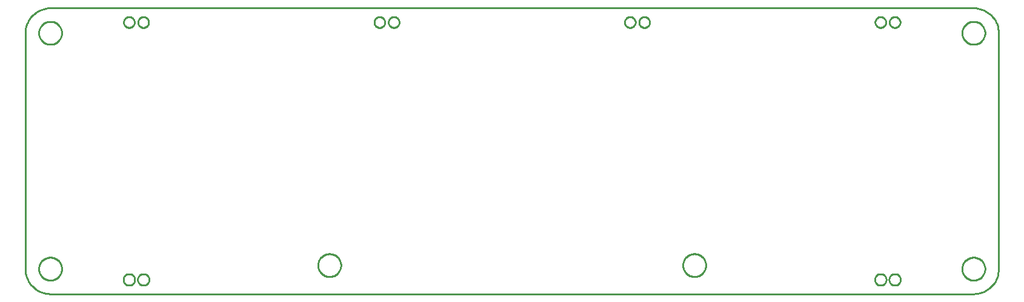
<source format=gbr>
G04 EAGLE Gerber RS-274X export*
G75*
%MOMM*%
%FSLAX34Y34*%
%LPD*%
%IN*%
%IPPOS*%
%AMOC8*
5,1,8,0,0,1.08239X$1,22.5*%
G01*
%ADD10C,0.254000*%


D10*
X-680000Y-230000D02*
X-679867Y-233050D01*
X-679468Y-236078D01*
X-678807Y-239059D01*
X-677889Y-241971D01*
X-676721Y-244792D01*
X-675311Y-247500D01*
X-673670Y-250075D01*
X-671812Y-252498D01*
X-669749Y-254749D01*
X-667498Y-256812D01*
X-665075Y-258670D01*
X-662500Y-260311D01*
X-659792Y-261721D01*
X-656971Y-262889D01*
X-654059Y-263807D01*
X-651078Y-264468D01*
X-648050Y-264867D01*
X-645000Y-265000D01*
X645000Y-265000D01*
X648050Y-264867D01*
X651078Y-264468D01*
X654059Y-263807D01*
X656971Y-262889D01*
X659792Y-261721D01*
X662500Y-260311D01*
X665075Y-258670D01*
X667498Y-256812D01*
X669749Y-254749D01*
X671812Y-252498D01*
X673670Y-250075D01*
X675311Y-247500D01*
X676721Y-244792D01*
X677889Y-241971D01*
X678807Y-239059D01*
X679468Y-236078D01*
X679867Y-233050D01*
X680000Y-230000D01*
X680000Y100000D01*
X679867Y103050D01*
X679468Y106078D01*
X678807Y109059D01*
X677889Y111971D01*
X676721Y114792D01*
X675311Y117500D01*
X673670Y120075D01*
X671812Y122498D01*
X669749Y124749D01*
X667498Y126812D01*
X665075Y128670D01*
X662500Y130311D01*
X659792Y131721D01*
X656971Y132889D01*
X654059Y133807D01*
X651078Y134468D01*
X648050Y134867D01*
X645000Y135000D01*
X-645000Y135000D01*
X-648050Y134867D01*
X-651078Y134468D01*
X-654059Y133807D01*
X-656971Y132889D01*
X-659792Y131721D01*
X-662500Y130311D01*
X-665075Y128670D01*
X-667498Y126812D01*
X-669749Y124749D01*
X-671812Y122498D01*
X-673670Y120075D01*
X-675311Y117500D01*
X-676721Y114792D01*
X-677889Y111971D01*
X-678807Y109059D01*
X-679468Y106078D01*
X-679867Y103050D01*
X-680000Y100000D01*
X-680000Y-230000D01*
X661000Y99476D02*
X660932Y98431D01*
X660795Y97392D01*
X660590Y96365D01*
X660319Y95353D01*
X659983Y94361D01*
X659582Y93393D01*
X659118Y92454D01*
X658595Y91546D01*
X658013Y90675D01*
X657375Y89844D01*
X656684Y89057D01*
X655943Y88316D01*
X655156Y87625D01*
X654325Y86988D01*
X653454Y86406D01*
X652546Y85882D01*
X651607Y85418D01*
X650639Y85017D01*
X649647Y84681D01*
X648635Y84410D01*
X647608Y84205D01*
X646569Y84069D01*
X645524Y84000D01*
X644476Y84000D01*
X643431Y84069D01*
X642392Y84205D01*
X641365Y84410D01*
X640353Y84681D01*
X639361Y85017D01*
X638393Y85418D01*
X637454Y85882D01*
X636546Y86406D01*
X635675Y86988D01*
X634844Y87625D01*
X634057Y88316D01*
X633316Y89057D01*
X632625Y89844D01*
X631988Y90675D01*
X631406Y91546D01*
X630882Y92454D01*
X630418Y93393D01*
X630017Y94361D01*
X629681Y95353D01*
X629410Y96365D01*
X629205Y97392D01*
X629069Y98431D01*
X629000Y99476D01*
X629000Y100524D01*
X629069Y101569D01*
X629205Y102608D01*
X629410Y103635D01*
X629681Y104647D01*
X630017Y105639D01*
X630418Y106607D01*
X630882Y107546D01*
X631406Y108454D01*
X631988Y109325D01*
X632625Y110156D01*
X633316Y110943D01*
X634057Y111684D01*
X634844Y112375D01*
X635675Y113013D01*
X636546Y113595D01*
X637454Y114118D01*
X638393Y114582D01*
X639361Y114983D01*
X640353Y115319D01*
X641365Y115590D01*
X642392Y115795D01*
X643431Y115932D01*
X644476Y116000D01*
X645524Y116000D01*
X646569Y115932D01*
X647608Y115795D01*
X648635Y115590D01*
X649647Y115319D01*
X650639Y114983D01*
X651607Y114582D01*
X652546Y114118D01*
X653454Y113595D01*
X654325Y113013D01*
X655156Y112375D01*
X655943Y111684D01*
X656684Y110943D01*
X657375Y110156D01*
X658013Y109325D01*
X658595Y108454D01*
X659118Y107546D01*
X659582Y106607D01*
X659983Y105639D01*
X660319Y104647D01*
X660590Y103635D01*
X660795Y102608D01*
X660932Y101569D01*
X661000Y100524D01*
X661000Y99476D01*
X-629000Y99476D02*
X-629069Y98431D01*
X-629205Y97392D01*
X-629410Y96365D01*
X-629681Y95353D01*
X-630017Y94361D01*
X-630418Y93393D01*
X-630882Y92454D01*
X-631406Y91546D01*
X-631988Y90675D01*
X-632625Y89844D01*
X-633316Y89057D01*
X-634057Y88316D01*
X-634844Y87625D01*
X-635675Y86988D01*
X-636546Y86406D01*
X-637454Y85882D01*
X-638393Y85418D01*
X-639361Y85017D01*
X-640353Y84681D01*
X-641365Y84410D01*
X-642392Y84205D01*
X-643431Y84069D01*
X-644476Y84000D01*
X-645524Y84000D01*
X-646569Y84069D01*
X-647608Y84205D01*
X-648635Y84410D01*
X-649647Y84681D01*
X-650639Y85017D01*
X-651607Y85418D01*
X-652546Y85882D01*
X-653454Y86406D01*
X-654325Y86988D01*
X-655156Y87625D01*
X-655943Y88316D01*
X-656684Y89057D01*
X-657375Y89844D01*
X-658013Y90675D01*
X-658595Y91546D01*
X-659118Y92454D01*
X-659582Y93393D01*
X-659983Y94361D01*
X-660319Y95353D01*
X-660590Y96365D01*
X-660795Y97392D01*
X-660932Y98431D01*
X-661000Y99476D01*
X-661000Y100524D01*
X-660932Y101569D01*
X-660795Y102608D01*
X-660590Y103635D01*
X-660319Y104647D01*
X-659983Y105639D01*
X-659582Y106607D01*
X-659118Y107546D01*
X-658595Y108454D01*
X-658013Y109325D01*
X-657375Y110156D01*
X-656684Y110943D01*
X-655943Y111684D01*
X-655156Y112375D01*
X-654325Y113013D01*
X-653454Y113595D01*
X-652546Y114118D01*
X-651607Y114582D01*
X-650639Y114983D01*
X-649647Y115319D01*
X-648635Y115590D01*
X-647608Y115795D01*
X-646569Y115932D01*
X-645524Y116000D01*
X-644476Y116000D01*
X-643431Y115932D01*
X-642392Y115795D01*
X-641365Y115590D01*
X-640353Y115319D01*
X-639361Y114983D01*
X-638393Y114582D01*
X-637454Y114118D01*
X-636546Y113595D01*
X-635675Y113013D01*
X-634844Y112375D01*
X-634057Y111684D01*
X-633316Y110943D01*
X-632625Y110156D01*
X-631988Y109325D01*
X-631406Y108454D01*
X-630882Y107546D01*
X-630418Y106607D01*
X-630017Y105639D01*
X-629681Y104647D01*
X-629410Y103635D01*
X-629205Y102608D01*
X-629069Y101569D01*
X-629000Y100524D01*
X-629000Y99476D01*
X-629000Y-230524D02*
X-629069Y-231569D01*
X-629205Y-232608D01*
X-629410Y-233635D01*
X-629681Y-234647D01*
X-630017Y-235639D01*
X-630418Y-236607D01*
X-630882Y-237546D01*
X-631406Y-238454D01*
X-631988Y-239325D01*
X-632625Y-240156D01*
X-633316Y-240943D01*
X-634057Y-241684D01*
X-634844Y-242375D01*
X-635675Y-243013D01*
X-636546Y-243595D01*
X-637454Y-244118D01*
X-638393Y-244582D01*
X-639361Y-244983D01*
X-640353Y-245319D01*
X-641365Y-245590D01*
X-642392Y-245795D01*
X-643431Y-245932D01*
X-644476Y-246000D01*
X-645524Y-246000D01*
X-646569Y-245932D01*
X-647608Y-245795D01*
X-648635Y-245590D01*
X-649647Y-245319D01*
X-650639Y-244983D01*
X-651607Y-244582D01*
X-652546Y-244118D01*
X-653454Y-243595D01*
X-654325Y-243013D01*
X-655156Y-242375D01*
X-655943Y-241684D01*
X-656684Y-240943D01*
X-657375Y-240156D01*
X-658013Y-239325D01*
X-658595Y-238454D01*
X-659118Y-237546D01*
X-659582Y-236607D01*
X-659983Y-235639D01*
X-660319Y-234647D01*
X-660590Y-233635D01*
X-660795Y-232608D01*
X-660932Y-231569D01*
X-661000Y-230524D01*
X-661000Y-229476D01*
X-660932Y-228431D01*
X-660795Y-227392D01*
X-660590Y-226365D01*
X-660319Y-225353D01*
X-659983Y-224361D01*
X-659582Y-223393D01*
X-659118Y-222454D01*
X-658595Y-221546D01*
X-658013Y-220675D01*
X-657375Y-219844D01*
X-656684Y-219057D01*
X-655943Y-218316D01*
X-655156Y-217625D01*
X-654325Y-216988D01*
X-653454Y-216406D01*
X-652546Y-215882D01*
X-651607Y-215418D01*
X-650639Y-215017D01*
X-649647Y-214681D01*
X-648635Y-214410D01*
X-647608Y-214205D01*
X-646569Y-214069D01*
X-645524Y-214000D01*
X-644476Y-214000D01*
X-643431Y-214069D01*
X-642392Y-214205D01*
X-641365Y-214410D01*
X-640353Y-214681D01*
X-639361Y-215017D01*
X-638393Y-215418D01*
X-637454Y-215882D01*
X-636546Y-216406D01*
X-635675Y-216988D01*
X-634844Y-217625D01*
X-634057Y-218316D01*
X-633316Y-219057D01*
X-632625Y-219844D01*
X-631988Y-220675D01*
X-631406Y-221546D01*
X-630882Y-222454D01*
X-630418Y-223393D01*
X-630017Y-224361D01*
X-629681Y-225353D01*
X-629410Y-226365D01*
X-629205Y-227392D01*
X-629069Y-228431D01*
X-629000Y-229476D01*
X-629000Y-230524D01*
X661000Y-230524D02*
X660932Y-231569D01*
X660795Y-232608D01*
X660590Y-233635D01*
X660319Y-234647D01*
X659983Y-235639D01*
X659582Y-236607D01*
X659118Y-237546D01*
X658595Y-238454D01*
X658013Y-239325D01*
X657375Y-240156D01*
X656684Y-240943D01*
X655943Y-241684D01*
X655156Y-242375D01*
X654325Y-243013D01*
X653454Y-243595D01*
X652546Y-244118D01*
X651607Y-244582D01*
X650639Y-244983D01*
X649647Y-245319D01*
X648635Y-245590D01*
X647608Y-245795D01*
X646569Y-245932D01*
X645524Y-246000D01*
X644476Y-246000D01*
X643431Y-245932D01*
X642392Y-245795D01*
X641365Y-245590D01*
X640353Y-245319D01*
X639361Y-244983D01*
X638393Y-244582D01*
X637454Y-244118D01*
X636546Y-243595D01*
X635675Y-243013D01*
X634844Y-242375D01*
X634057Y-241684D01*
X633316Y-240943D01*
X632625Y-240156D01*
X631988Y-239325D01*
X631406Y-238454D01*
X630882Y-237546D01*
X630418Y-236607D01*
X630017Y-235639D01*
X629681Y-234647D01*
X629410Y-233635D01*
X629205Y-232608D01*
X629069Y-231569D01*
X629000Y-230524D01*
X629000Y-229476D01*
X629069Y-228431D01*
X629205Y-227392D01*
X629410Y-226365D01*
X629681Y-225353D01*
X630017Y-224361D01*
X630418Y-223393D01*
X630882Y-222454D01*
X631406Y-221546D01*
X631988Y-220675D01*
X632625Y-219844D01*
X633316Y-219057D01*
X634057Y-218316D01*
X634844Y-217625D01*
X635675Y-216988D01*
X636546Y-216406D01*
X637454Y-215882D01*
X638393Y-215418D01*
X639361Y-215017D01*
X640353Y-214681D01*
X641365Y-214410D01*
X642392Y-214205D01*
X643431Y-214069D01*
X644476Y-214000D01*
X645524Y-214000D01*
X646569Y-214069D01*
X647608Y-214205D01*
X648635Y-214410D01*
X649647Y-214681D01*
X650639Y-215017D01*
X651607Y-215418D01*
X652546Y-215882D01*
X653454Y-216406D01*
X654325Y-216988D01*
X655156Y-217625D01*
X655943Y-218316D01*
X656684Y-219057D01*
X657375Y-219844D01*
X658013Y-220675D01*
X658595Y-221546D01*
X659118Y-222454D01*
X659582Y-223393D01*
X659983Y-224361D01*
X660319Y-225353D01*
X660590Y-226365D01*
X660795Y-227392D01*
X660932Y-228431D01*
X661000Y-229476D01*
X661000Y-230524D01*
X192500Y114632D02*
X192428Y113898D01*
X192284Y113175D01*
X192070Y112470D01*
X191788Y111789D01*
X191441Y111140D01*
X191031Y110527D01*
X190564Y109957D01*
X190043Y109436D01*
X189473Y108969D01*
X188860Y108559D01*
X188211Y108212D01*
X187530Y107930D01*
X186825Y107716D01*
X186102Y107572D01*
X185368Y107500D01*
X184632Y107500D01*
X183898Y107572D01*
X183175Y107716D01*
X182470Y107930D01*
X181789Y108212D01*
X181140Y108559D01*
X180527Y108969D01*
X179957Y109436D01*
X179436Y109957D01*
X178969Y110527D01*
X178559Y111140D01*
X178212Y111789D01*
X177930Y112470D01*
X177716Y113175D01*
X177572Y113898D01*
X177500Y114632D01*
X177500Y115368D01*
X177572Y116102D01*
X177716Y116825D01*
X177930Y117530D01*
X178212Y118211D01*
X178559Y118860D01*
X178969Y119473D01*
X179436Y120043D01*
X179957Y120564D01*
X180527Y121031D01*
X181140Y121441D01*
X181789Y121788D01*
X182470Y122070D01*
X183175Y122284D01*
X183898Y122428D01*
X184632Y122500D01*
X185368Y122500D01*
X186102Y122428D01*
X186825Y122284D01*
X187530Y122070D01*
X188211Y121788D01*
X188860Y121441D01*
X189473Y121031D01*
X190043Y120564D01*
X190564Y120043D01*
X191031Y119473D01*
X191441Y118860D01*
X191788Y118211D01*
X192070Y117530D01*
X192284Y116825D01*
X192428Y116102D01*
X192500Y115368D01*
X192500Y114632D01*
X172500Y114632D02*
X172428Y113898D01*
X172284Y113175D01*
X172070Y112470D01*
X171788Y111789D01*
X171441Y111140D01*
X171031Y110527D01*
X170564Y109957D01*
X170043Y109436D01*
X169473Y108969D01*
X168860Y108559D01*
X168211Y108212D01*
X167530Y107930D01*
X166825Y107716D01*
X166102Y107572D01*
X165368Y107500D01*
X164632Y107500D01*
X163898Y107572D01*
X163175Y107716D01*
X162470Y107930D01*
X161789Y108212D01*
X161140Y108559D01*
X160527Y108969D01*
X159957Y109436D01*
X159436Y109957D01*
X158969Y110527D01*
X158559Y111140D01*
X158212Y111789D01*
X157930Y112470D01*
X157716Y113175D01*
X157572Y113898D01*
X157500Y114632D01*
X157500Y115368D01*
X157572Y116102D01*
X157716Y116825D01*
X157930Y117530D01*
X158212Y118211D01*
X158559Y118860D01*
X158969Y119473D01*
X159436Y120043D01*
X159957Y120564D01*
X160527Y121031D01*
X161140Y121441D01*
X161789Y121788D01*
X162470Y122070D01*
X163175Y122284D01*
X163898Y122428D01*
X164632Y122500D01*
X165368Y122500D01*
X166102Y122428D01*
X166825Y122284D01*
X167530Y122070D01*
X168211Y121788D01*
X168860Y121441D01*
X169473Y121031D01*
X170043Y120564D01*
X170564Y120043D01*
X171031Y119473D01*
X171441Y118860D01*
X171788Y118211D01*
X172070Y117530D01*
X172284Y116825D01*
X172428Y116102D01*
X172500Y115368D01*
X172500Y114632D01*
X542500Y114632D02*
X542428Y113898D01*
X542284Y113175D01*
X542070Y112470D01*
X541788Y111789D01*
X541441Y111140D01*
X541031Y110527D01*
X540564Y109957D01*
X540043Y109436D01*
X539473Y108969D01*
X538860Y108559D01*
X538211Y108212D01*
X537530Y107930D01*
X536825Y107716D01*
X536102Y107572D01*
X535368Y107500D01*
X534632Y107500D01*
X533898Y107572D01*
X533175Y107716D01*
X532470Y107930D01*
X531789Y108212D01*
X531140Y108559D01*
X530527Y108969D01*
X529957Y109436D01*
X529436Y109957D01*
X528969Y110527D01*
X528559Y111140D01*
X528212Y111789D01*
X527930Y112470D01*
X527716Y113175D01*
X527572Y113898D01*
X527500Y114632D01*
X527500Y115368D01*
X527572Y116102D01*
X527716Y116825D01*
X527930Y117530D01*
X528212Y118211D01*
X528559Y118860D01*
X528969Y119473D01*
X529436Y120043D01*
X529957Y120564D01*
X530527Y121031D01*
X531140Y121441D01*
X531789Y121788D01*
X532470Y122070D01*
X533175Y122284D01*
X533898Y122428D01*
X534632Y122500D01*
X535368Y122500D01*
X536102Y122428D01*
X536825Y122284D01*
X537530Y122070D01*
X538211Y121788D01*
X538860Y121441D01*
X539473Y121031D01*
X540043Y120564D01*
X540564Y120043D01*
X541031Y119473D01*
X541441Y118860D01*
X541788Y118211D01*
X542070Y117530D01*
X542284Y116825D01*
X542428Y116102D01*
X542500Y115368D01*
X542500Y114632D01*
X522500Y114632D02*
X522428Y113898D01*
X522284Y113175D01*
X522070Y112470D01*
X521788Y111789D01*
X521441Y111140D01*
X521031Y110527D01*
X520564Y109957D01*
X520043Y109436D01*
X519473Y108969D01*
X518860Y108559D01*
X518211Y108212D01*
X517530Y107930D01*
X516825Y107716D01*
X516102Y107572D01*
X515368Y107500D01*
X514632Y107500D01*
X513898Y107572D01*
X513175Y107716D01*
X512470Y107930D01*
X511789Y108212D01*
X511140Y108559D01*
X510527Y108969D01*
X509957Y109436D01*
X509436Y109957D01*
X508969Y110527D01*
X508559Y111140D01*
X508212Y111789D01*
X507930Y112470D01*
X507716Y113175D01*
X507572Y113898D01*
X507500Y114632D01*
X507500Y115368D01*
X507572Y116102D01*
X507716Y116825D01*
X507930Y117530D01*
X508212Y118211D01*
X508559Y118860D01*
X508969Y119473D01*
X509436Y120043D01*
X509957Y120564D01*
X510527Y121031D01*
X511140Y121441D01*
X511789Y121788D01*
X512470Y122070D01*
X513175Y122284D01*
X513898Y122428D01*
X514632Y122500D01*
X515368Y122500D01*
X516102Y122428D01*
X516825Y122284D01*
X517530Y122070D01*
X518211Y121788D01*
X518860Y121441D01*
X519473Y121031D01*
X520043Y120564D01*
X520564Y120043D01*
X521031Y119473D01*
X521441Y118860D01*
X521788Y118211D01*
X522070Y117530D01*
X522284Y116825D01*
X522428Y116102D01*
X522500Y115368D01*
X522500Y114632D01*
X-507500Y114632D02*
X-507572Y113898D01*
X-507716Y113175D01*
X-507930Y112470D01*
X-508212Y111789D01*
X-508559Y111140D01*
X-508969Y110527D01*
X-509436Y109957D01*
X-509957Y109436D01*
X-510527Y108969D01*
X-511140Y108559D01*
X-511789Y108212D01*
X-512470Y107930D01*
X-513175Y107716D01*
X-513898Y107572D01*
X-514632Y107500D01*
X-515368Y107500D01*
X-516102Y107572D01*
X-516825Y107716D01*
X-517530Y107930D01*
X-518211Y108212D01*
X-518860Y108559D01*
X-519473Y108969D01*
X-520043Y109436D01*
X-520564Y109957D01*
X-521031Y110527D01*
X-521441Y111140D01*
X-521788Y111789D01*
X-522070Y112470D01*
X-522284Y113175D01*
X-522428Y113898D01*
X-522500Y114632D01*
X-522500Y115368D01*
X-522428Y116102D01*
X-522284Y116825D01*
X-522070Y117530D01*
X-521788Y118211D01*
X-521441Y118860D01*
X-521031Y119473D01*
X-520564Y120043D01*
X-520043Y120564D01*
X-519473Y121031D01*
X-518860Y121441D01*
X-518211Y121788D01*
X-517530Y122070D01*
X-516825Y122284D01*
X-516102Y122428D01*
X-515368Y122500D01*
X-514632Y122500D01*
X-513898Y122428D01*
X-513175Y122284D01*
X-512470Y122070D01*
X-511789Y121788D01*
X-511140Y121441D01*
X-510527Y121031D01*
X-509957Y120564D01*
X-509436Y120043D01*
X-508969Y119473D01*
X-508559Y118860D01*
X-508212Y118211D01*
X-507930Y117530D01*
X-507716Y116825D01*
X-507572Y116102D01*
X-507500Y115368D01*
X-507500Y114632D01*
X-527500Y114632D02*
X-527572Y113898D01*
X-527716Y113175D01*
X-527930Y112470D01*
X-528212Y111789D01*
X-528559Y111140D01*
X-528969Y110527D01*
X-529436Y109957D01*
X-529957Y109436D01*
X-530527Y108969D01*
X-531140Y108559D01*
X-531789Y108212D01*
X-532470Y107930D01*
X-533175Y107716D01*
X-533898Y107572D01*
X-534632Y107500D01*
X-535368Y107500D01*
X-536102Y107572D01*
X-536825Y107716D01*
X-537530Y107930D01*
X-538211Y108212D01*
X-538860Y108559D01*
X-539473Y108969D01*
X-540043Y109436D01*
X-540564Y109957D01*
X-541031Y110527D01*
X-541441Y111140D01*
X-541788Y111789D01*
X-542070Y112470D01*
X-542284Y113175D01*
X-542428Y113898D01*
X-542500Y114632D01*
X-542500Y115368D01*
X-542428Y116102D01*
X-542284Y116825D01*
X-542070Y117530D01*
X-541788Y118211D01*
X-541441Y118860D01*
X-541031Y119473D01*
X-540564Y120043D01*
X-540043Y120564D01*
X-539473Y121031D01*
X-538860Y121441D01*
X-538211Y121788D01*
X-537530Y122070D01*
X-536825Y122284D01*
X-536102Y122428D01*
X-535368Y122500D01*
X-534632Y122500D01*
X-533898Y122428D01*
X-533175Y122284D01*
X-532470Y122070D01*
X-531789Y121788D01*
X-531140Y121441D01*
X-530527Y121031D01*
X-529957Y120564D01*
X-529436Y120043D01*
X-528969Y119473D01*
X-528559Y118860D01*
X-528212Y118211D01*
X-527930Y117530D01*
X-527716Y116825D01*
X-527572Y116102D01*
X-527500Y115368D01*
X-527500Y114632D01*
X-157500Y114632D02*
X-157572Y113898D01*
X-157716Y113175D01*
X-157930Y112470D01*
X-158212Y111789D01*
X-158559Y111140D01*
X-158969Y110527D01*
X-159436Y109957D01*
X-159957Y109436D01*
X-160527Y108969D01*
X-161140Y108559D01*
X-161789Y108212D01*
X-162470Y107930D01*
X-163175Y107716D01*
X-163898Y107572D01*
X-164632Y107500D01*
X-165368Y107500D01*
X-166102Y107572D01*
X-166825Y107716D01*
X-167530Y107930D01*
X-168211Y108212D01*
X-168860Y108559D01*
X-169473Y108969D01*
X-170043Y109436D01*
X-170564Y109957D01*
X-171031Y110527D01*
X-171441Y111140D01*
X-171788Y111789D01*
X-172070Y112470D01*
X-172284Y113175D01*
X-172428Y113898D01*
X-172500Y114632D01*
X-172500Y115368D01*
X-172428Y116102D01*
X-172284Y116825D01*
X-172070Y117530D01*
X-171788Y118211D01*
X-171441Y118860D01*
X-171031Y119473D01*
X-170564Y120043D01*
X-170043Y120564D01*
X-169473Y121031D01*
X-168860Y121441D01*
X-168211Y121788D01*
X-167530Y122070D01*
X-166825Y122284D01*
X-166102Y122428D01*
X-165368Y122500D01*
X-164632Y122500D01*
X-163898Y122428D01*
X-163175Y122284D01*
X-162470Y122070D01*
X-161789Y121788D01*
X-161140Y121441D01*
X-160527Y121031D01*
X-159957Y120564D01*
X-159436Y120043D01*
X-158969Y119473D01*
X-158559Y118860D01*
X-158212Y118211D01*
X-157930Y117530D01*
X-157716Y116825D01*
X-157572Y116102D01*
X-157500Y115368D01*
X-157500Y114632D01*
X-177500Y114632D02*
X-177572Y113898D01*
X-177716Y113175D01*
X-177930Y112470D01*
X-178212Y111789D01*
X-178559Y111140D01*
X-178969Y110527D01*
X-179436Y109957D01*
X-179957Y109436D01*
X-180527Y108969D01*
X-181140Y108559D01*
X-181789Y108212D01*
X-182470Y107930D01*
X-183175Y107716D01*
X-183898Y107572D01*
X-184632Y107500D01*
X-185368Y107500D01*
X-186102Y107572D01*
X-186825Y107716D01*
X-187530Y107930D01*
X-188211Y108212D01*
X-188860Y108559D01*
X-189473Y108969D01*
X-190043Y109436D01*
X-190564Y109957D01*
X-191031Y110527D01*
X-191441Y111140D01*
X-191788Y111789D01*
X-192070Y112470D01*
X-192284Y113175D01*
X-192428Y113898D01*
X-192500Y114632D01*
X-192500Y115368D01*
X-192428Y116102D01*
X-192284Y116825D01*
X-192070Y117530D01*
X-191788Y118211D01*
X-191441Y118860D01*
X-191031Y119473D01*
X-190564Y120043D01*
X-190043Y120564D01*
X-189473Y121031D01*
X-188860Y121441D01*
X-188211Y121788D01*
X-187530Y122070D01*
X-186825Y122284D01*
X-186102Y122428D01*
X-185368Y122500D01*
X-184632Y122500D01*
X-183898Y122428D01*
X-183175Y122284D01*
X-182470Y122070D01*
X-181789Y121788D01*
X-181140Y121441D01*
X-180527Y121031D01*
X-179957Y120564D01*
X-179436Y120043D01*
X-178969Y119473D01*
X-178559Y118860D01*
X-178212Y118211D01*
X-177930Y117530D01*
X-177716Y116825D01*
X-177572Y116102D01*
X-177500Y115368D01*
X-177500Y114632D01*
X-507000Y-245393D02*
X-507077Y-246175D01*
X-507230Y-246946D01*
X-507459Y-247698D01*
X-507759Y-248425D01*
X-508130Y-249118D01*
X-508567Y-249771D01*
X-509065Y-250379D01*
X-509621Y-250935D01*
X-510229Y-251433D01*
X-510882Y-251870D01*
X-511575Y-252241D01*
X-512302Y-252541D01*
X-513054Y-252770D01*
X-513825Y-252923D01*
X-514607Y-253000D01*
X-515393Y-253000D01*
X-516175Y-252923D01*
X-516946Y-252770D01*
X-517698Y-252541D01*
X-518425Y-252241D01*
X-519118Y-251870D01*
X-519771Y-251433D01*
X-520379Y-250935D01*
X-520935Y-250379D01*
X-521433Y-249771D01*
X-521870Y-249118D01*
X-522241Y-248425D01*
X-522541Y-247698D01*
X-522770Y-246946D01*
X-522923Y-246175D01*
X-523000Y-245393D01*
X-523000Y-244607D01*
X-522923Y-243825D01*
X-522770Y-243054D01*
X-522541Y-242302D01*
X-522241Y-241575D01*
X-521870Y-240882D01*
X-521433Y-240229D01*
X-520935Y-239621D01*
X-520379Y-239065D01*
X-519771Y-238567D01*
X-519118Y-238130D01*
X-518425Y-237759D01*
X-517698Y-237459D01*
X-516946Y-237230D01*
X-516175Y-237077D01*
X-515393Y-237000D01*
X-514607Y-237000D01*
X-513825Y-237077D01*
X-513054Y-237230D01*
X-512302Y-237459D01*
X-511575Y-237759D01*
X-510882Y-238130D01*
X-510229Y-238567D01*
X-509621Y-239065D01*
X-509065Y-239621D01*
X-508567Y-240229D01*
X-508130Y-240882D01*
X-507759Y-241575D01*
X-507459Y-242302D01*
X-507230Y-243054D01*
X-507077Y-243825D01*
X-507000Y-244607D01*
X-507000Y-245393D01*
X-527000Y-245393D02*
X-527077Y-246175D01*
X-527230Y-246946D01*
X-527459Y-247698D01*
X-527759Y-248425D01*
X-528130Y-249118D01*
X-528567Y-249771D01*
X-529065Y-250379D01*
X-529621Y-250935D01*
X-530229Y-251433D01*
X-530882Y-251870D01*
X-531575Y-252241D01*
X-532302Y-252541D01*
X-533054Y-252770D01*
X-533825Y-252923D01*
X-534607Y-253000D01*
X-535393Y-253000D01*
X-536175Y-252923D01*
X-536946Y-252770D01*
X-537698Y-252541D01*
X-538425Y-252241D01*
X-539118Y-251870D01*
X-539771Y-251433D01*
X-540379Y-250935D01*
X-540935Y-250379D01*
X-541433Y-249771D01*
X-541870Y-249118D01*
X-542241Y-248425D01*
X-542541Y-247698D01*
X-542770Y-246946D01*
X-542923Y-246175D01*
X-543000Y-245393D01*
X-543000Y-244607D01*
X-542923Y-243825D01*
X-542770Y-243054D01*
X-542541Y-242302D01*
X-542241Y-241575D01*
X-541870Y-240882D01*
X-541433Y-240229D01*
X-540935Y-239621D01*
X-540379Y-239065D01*
X-539771Y-238567D01*
X-539118Y-238130D01*
X-538425Y-237759D01*
X-537698Y-237459D01*
X-536946Y-237230D01*
X-536175Y-237077D01*
X-535393Y-237000D01*
X-534607Y-237000D01*
X-533825Y-237077D01*
X-533054Y-237230D01*
X-532302Y-237459D01*
X-531575Y-237759D01*
X-530882Y-238130D01*
X-530229Y-238567D01*
X-529621Y-239065D01*
X-529065Y-239621D01*
X-528567Y-240229D01*
X-528130Y-240882D01*
X-527759Y-241575D01*
X-527459Y-242302D01*
X-527230Y-243054D01*
X-527077Y-243825D01*
X-527000Y-244607D01*
X-527000Y-245393D01*
X543000Y-245393D02*
X542923Y-246175D01*
X542770Y-246946D01*
X542541Y-247698D01*
X542241Y-248425D01*
X541870Y-249118D01*
X541433Y-249771D01*
X540935Y-250379D01*
X540379Y-250935D01*
X539771Y-251433D01*
X539118Y-251870D01*
X538425Y-252241D01*
X537698Y-252541D01*
X536946Y-252770D01*
X536175Y-252923D01*
X535393Y-253000D01*
X534607Y-253000D01*
X533825Y-252923D01*
X533054Y-252770D01*
X532302Y-252541D01*
X531575Y-252241D01*
X530882Y-251870D01*
X530229Y-251433D01*
X529621Y-250935D01*
X529065Y-250379D01*
X528567Y-249771D01*
X528130Y-249118D01*
X527759Y-248425D01*
X527459Y-247698D01*
X527230Y-246946D01*
X527077Y-246175D01*
X527000Y-245393D01*
X527000Y-244607D01*
X527077Y-243825D01*
X527230Y-243054D01*
X527459Y-242302D01*
X527759Y-241575D01*
X528130Y-240882D01*
X528567Y-240229D01*
X529065Y-239621D01*
X529621Y-239065D01*
X530229Y-238567D01*
X530882Y-238130D01*
X531575Y-237759D01*
X532302Y-237459D01*
X533054Y-237230D01*
X533825Y-237077D01*
X534607Y-237000D01*
X535393Y-237000D01*
X536175Y-237077D01*
X536946Y-237230D01*
X537698Y-237459D01*
X538425Y-237759D01*
X539118Y-238130D01*
X539771Y-238567D01*
X540379Y-239065D01*
X540935Y-239621D01*
X541433Y-240229D01*
X541870Y-240882D01*
X542241Y-241575D01*
X542541Y-242302D01*
X542770Y-243054D01*
X542923Y-243825D01*
X543000Y-244607D01*
X543000Y-245393D01*
X523000Y-245393D02*
X522923Y-246175D01*
X522770Y-246946D01*
X522541Y-247698D01*
X522241Y-248425D01*
X521870Y-249118D01*
X521433Y-249771D01*
X520935Y-250379D01*
X520379Y-250935D01*
X519771Y-251433D01*
X519118Y-251870D01*
X518425Y-252241D01*
X517698Y-252541D01*
X516946Y-252770D01*
X516175Y-252923D01*
X515393Y-253000D01*
X514607Y-253000D01*
X513825Y-252923D01*
X513054Y-252770D01*
X512302Y-252541D01*
X511575Y-252241D01*
X510882Y-251870D01*
X510229Y-251433D01*
X509621Y-250935D01*
X509065Y-250379D01*
X508567Y-249771D01*
X508130Y-249118D01*
X507759Y-248425D01*
X507459Y-247698D01*
X507230Y-246946D01*
X507077Y-246175D01*
X507000Y-245393D01*
X507000Y-244607D01*
X507077Y-243825D01*
X507230Y-243054D01*
X507459Y-242302D01*
X507759Y-241575D01*
X508130Y-240882D01*
X508567Y-240229D01*
X509065Y-239621D01*
X509621Y-239065D01*
X510229Y-238567D01*
X510882Y-238130D01*
X511575Y-237759D01*
X512302Y-237459D01*
X513054Y-237230D01*
X513825Y-237077D01*
X514607Y-237000D01*
X515393Y-237000D01*
X516175Y-237077D01*
X516946Y-237230D01*
X517698Y-237459D01*
X518425Y-237759D01*
X519118Y-238130D01*
X519771Y-238567D01*
X520379Y-239065D01*
X520935Y-239621D01*
X521433Y-240229D01*
X521870Y-240882D01*
X522241Y-241575D01*
X522541Y-242302D01*
X522770Y-243054D01*
X522923Y-243825D01*
X523000Y-244607D01*
X523000Y-245393D01*
X271000Y-225524D02*
X270932Y-226569D01*
X270795Y-227608D01*
X270590Y-228635D01*
X270319Y-229647D01*
X269983Y-230639D01*
X269582Y-231607D01*
X269118Y-232546D01*
X268595Y-233454D01*
X268013Y-234325D01*
X267375Y-235156D01*
X266684Y-235943D01*
X265943Y-236684D01*
X265156Y-237375D01*
X264325Y-238013D01*
X263454Y-238595D01*
X262546Y-239118D01*
X261607Y-239582D01*
X260639Y-239983D01*
X259647Y-240319D01*
X258635Y-240590D01*
X257608Y-240795D01*
X256569Y-240932D01*
X255524Y-241000D01*
X254476Y-241000D01*
X253431Y-240932D01*
X252392Y-240795D01*
X251365Y-240590D01*
X250353Y-240319D01*
X249361Y-239983D01*
X248393Y-239582D01*
X247454Y-239118D01*
X246546Y-238595D01*
X245675Y-238013D01*
X244844Y-237375D01*
X244057Y-236684D01*
X243316Y-235943D01*
X242625Y-235156D01*
X241988Y-234325D01*
X241406Y-233454D01*
X240882Y-232546D01*
X240418Y-231607D01*
X240017Y-230639D01*
X239681Y-229647D01*
X239410Y-228635D01*
X239205Y-227608D01*
X239069Y-226569D01*
X239000Y-225524D01*
X239000Y-224476D01*
X239069Y-223431D01*
X239205Y-222392D01*
X239410Y-221365D01*
X239681Y-220353D01*
X240017Y-219361D01*
X240418Y-218393D01*
X240882Y-217454D01*
X241406Y-216546D01*
X241988Y-215675D01*
X242625Y-214844D01*
X243316Y-214057D01*
X244057Y-213316D01*
X244844Y-212625D01*
X245675Y-211988D01*
X246546Y-211406D01*
X247454Y-210882D01*
X248393Y-210418D01*
X249361Y-210017D01*
X250353Y-209681D01*
X251365Y-209410D01*
X252392Y-209205D01*
X253431Y-209069D01*
X254476Y-209000D01*
X255524Y-209000D01*
X256569Y-209069D01*
X257608Y-209205D01*
X258635Y-209410D01*
X259647Y-209681D01*
X260639Y-210017D01*
X261607Y-210418D01*
X262546Y-210882D01*
X263454Y-211406D01*
X264325Y-211988D01*
X265156Y-212625D01*
X265943Y-213316D01*
X266684Y-214057D01*
X267375Y-214844D01*
X268013Y-215675D01*
X268595Y-216546D01*
X269118Y-217454D01*
X269582Y-218393D01*
X269983Y-219361D01*
X270319Y-220353D01*
X270590Y-221365D01*
X270795Y-222392D01*
X270932Y-223431D01*
X271000Y-224476D01*
X271000Y-225524D01*
X-239000Y-225524D02*
X-239069Y-226569D01*
X-239205Y-227608D01*
X-239410Y-228635D01*
X-239681Y-229647D01*
X-240017Y-230639D01*
X-240418Y-231607D01*
X-240882Y-232546D01*
X-241406Y-233454D01*
X-241988Y-234325D01*
X-242625Y-235156D01*
X-243316Y-235943D01*
X-244057Y-236684D01*
X-244844Y-237375D01*
X-245675Y-238013D01*
X-246546Y-238595D01*
X-247454Y-239118D01*
X-248393Y-239582D01*
X-249361Y-239983D01*
X-250353Y-240319D01*
X-251365Y-240590D01*
X-252392Y-240795D01*
X-253431Y-240932D01*
X-254476Y-241000D01*
X-255524Y-241000D01*
X-256569Y-240932D01*
X-257608Y-240795D01*
X-258635Y-240590D01*
X-259647Y-240319D01*
X-260639Y-239983D01*
X-261607Y-239582D01*
X-262546Y-239118D01*
X-263454Y-238595D01*
X-264325Y-238013D01*
X-265156Y-237375D01*
X-265943Y-236684D01*
X-266684Y-235943D01*
X-267375Y-235156D01*
X-268013Y-234325D01*
X-268595Y-233454D01*
X-269118Y-232546D01*
X-269582Y-231607D01*
X-269983Y-230639D01*
X-270319Y-229647D01*
X-270590Y-228635D01*
X-270795Y-227608D01*
X-270932Y-226569D01*
X-271000Y-225524D01*
X-271000Y-224476D01*
X-270932Y-223431D01*
X-270795Y-222392D01*
X-270590Y-221365D01*
X-270319Y-220353D01*
X-269983Y-219361D01*
X-269582Y-218393D01*
X-269118Y-217454D01*
X-268595Y-216546D01*
X-268013Y-215675D01*
X-267375Y-214844D01*
X-266684Y-214057D01*
X-265943Y-213316D01*
X-265156Y-212625D01*
X-264325Y-211988D01*
X-263454Y-211406D01*
X-262546Y-210882D01*
X-261607Y-210418D01*
X-260639Y-210017D01*
X-259647Y-209681D01*
X-258635Y-209410D01*
X-257608Y-209205D01*
X-256569Y-209069D01*
X-255524Y-209000D01*
X-254476Y-209000D01*
X-253431Y-209069D01*
X-252392Y-209205D01*
X-251365Y-209410D01*
X-250353Y-209681D01*
X-249361Y-210017D01*
X-248393Y-210418D01*
X-247454Y-210882D01*
X-246546Y-211406D01*
X-245675Y-211988D01*
X-244844Y-212625D01*
X-244057Y-213316D01*
X-243316Y-214057D01*
X-242625Y-214844D01*
X-241988Y-215675D01*
X-241406Y-216546D01*
X-240882Y-217454D01*
X-240418Y-218393D01*
X-240017Y-219361D01*
X-239681Y-220353D01*
X-239410Y-221365D01*
X-239205Y-222392D01*
X-239069Y-223431D01*
X-239000Y-224476D01*
X-239000Y-225524D01*
M02*

</source>
